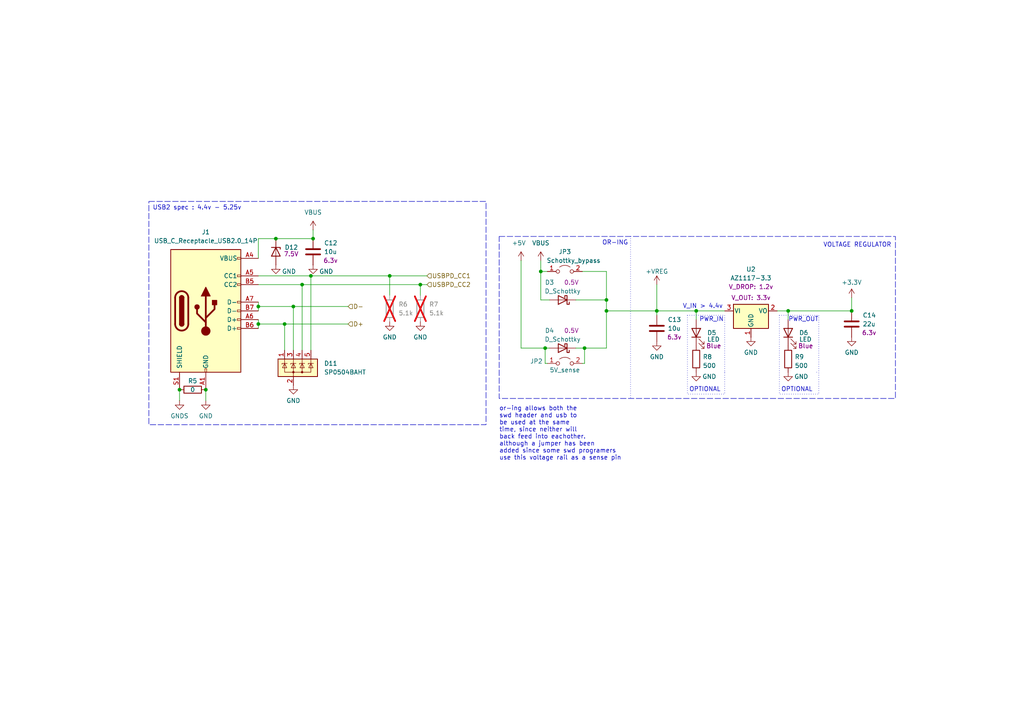
<source format=kicad_sch>
(kicad_sch (version 20231120) (generator "eeschema") (generator_version "8.0")
  (paper "A4")
  (title_block (company "CAN source"))
  (lib_symbols
    (symbol "Connector:USB_C_Receptacle_USB2.0_14P" (pin_names (offset 1.016))
      (property "Reference" "J" (at 0 22.225 0))
      (property "Value" "USB_C_Receptacle_USB2.0_14P" (at 0 19.685 0))
      (symbol "USB_C_Receptacle_USB2.0_14P_0_0"
        (rectangle (start -0.254 -17.78) (end 0.254 -16.764))
        (rectangle (start 10.16 -4.826) (end 9.144 -5.334))
        (rectangle (start 10.16 -2.286) (end 9.144 -2.794))
        (rectangle (start 10.16 0.254) (end 9.144 -0.254))
        (rectangle (start 10.16 2.794) (end 9.144 2.286))
        (rectangle (start 10.16 7.874) (end 9.144 7.366))
        (rectangle (start 10.16 10.414) (end 9.144 9.906))
        (rectangle (start 10.16 15.494) (end 9.144 14.986))
      )
      (symbol "USB_C_Receptacle_USB2.0_14P_0_1"
        (rectangle (start -10.16 17.78) (end 10.16 -17.78) (stroke (width 0.254)) (fill (type background)))
        (arc (start -8.89 -3.81) (mid -6.985 -5.7067) (end -5.08 -3.81) (stroke (width 0.508)))
        (arc (start -7.62 -3.81) (mid -6.985 -4.4423) (end -6.35 -3.81) (stroke (width 0.254)))
        (arc (start -7.62 -3.81) (mid -6.985 -4.4423) (end -6.35 -3.81) (stroke (width 0.254)) (fill (type outline)))
        (rectangle (start -7.62 -3.81) (end -6.35 3.81) (stroke (width 0.254)) (fill (type outline)))
        (arc (start -6.35 3.81) (mid -6.985 4.4423) (end -7.62 3.81) (stroke (width 0.254)))
        (arc (start -6.35 3.81) (mid -6.985 4.4423) (end -7.62 3.81) (stroke (width 0.254)) (fill (type outline)))
        (arc (start -5.08 3.81) (mid -6.985 5.7067) (end -8.89 3.81) (stroke (width 0.508)))
        (circle (center -2.54 1.143) (radius 0.635) (stroke (width 0.254)) (fill (type outline)))
        (circle (center 0 -5.842) (radius 1.27) (fill (type outline)))
        (polyline (pts (xy -8.89 -3.81) (xy -8.89 3.81)) (stroke (width 0.508)))
        (polyline (pts (xy -5.08 3.81) (xy -5.08 -3.81)) (stroke (width 0.508)))
        (polyline (pts (xy 0 -5.842) (xy 0 4.318)) (stroke (width 0.508)))
        (polyline (pts (xy 0 -3.302) (xy -2.54 -0.762) (xy -2.54 0.508)) (stroke (width 0.508)))
        (polyline (pts (xy 0 -2.032) (xy 2.54 0.508) (xy 2.54 1.778)) (stroke (width 0.508)))
        (polyline (pts (xy -1.27 4.318) (xy 0 6.858) (xy 1.27 4.318) (xy -1.27 4.318)) (stroke (width 0.254)) (fill (type outline)))
        (rectangle (start 1.905 1.778) (end 3.175 3.048) (stroke (width 0.254)) (fill (type outline)))
      )
      (symbol "USB_C_Receptacle_USB2.0_14P_1_1"
        (pin passive line (at 0 -22.86 90) (length 5.08) (name "GND") (number "A1"))
        (pin passive line (at 0 -22.86 90) (length 5.08) hide (name "GND") (number "A12"))
        (pin passive line (at 15.24 15.24 180) (length 5.08) (name "VBUS") (number "A4"))
        (pin bidirectional line (at 15.24 10.16 180) (length 5.08) (name "CC1") (number "A5"))
        (pin bidirectional line (at 15.24 -2.54 180) (length 5.08) (name "D+") (number "A6"))
        (pin bidirectional line (at 15.24 2.54 180) (length 5.08) (name "D-") (number "A7"))
        (pin passive line (at 15.24 15.24 180) (length 5.08) hide (name "VBUS") (number "A9"))
        (pin passive line (at 0 -22.86 90) (length 5.08) hide (name "GND") (number "B1"))
        (pin passive line (at 0 -22.86 90) (length 5.08) hide (name "GND") (number "B12"))
        (pin passive line (at 15.24 15.24 180) (length 5.08) hide (name "VBUS") (number "B4"))
        (pin bidirectional line (at 15.24 7.62 180) (length 5.08) (name "CC2") (number "B5"))
        (pin bidirectional line (at 15.24 -5.08 180) (length 5.08) (name "D+") (number "B6"))
        (pin bidirectional line (at 15.24 0 180) (length 5.08) (name "D-") (number "B7"))
        (pin passive line (at 15.24 15.24 180) (length 5.08) hide (name "VBUS") (number "B9"))
        (pin passive line (at -7.62 -22.86 90) (length 5.08) (name "SHIELD") (number "S1"))
      )
    )
    (symbol "Device:C" (pin_numbers hide) (pin_names (offset 0.254))
      (property "Reference" "C" (at 0.635 2.54 0))
      (property "Value" "C" (at 0.635 -2.54 0))
      (symbol "C_0_1"
        (polyline (pts (xy -2.032 -0.762) (xy 2.032 -0.762)) (stroke (width 0.508)))
        (polyline (pts (xy -2.032 0.762) (xy 2.032 0.762)) (stroke (width 0.508)))
      )
      (symbol "C_1_1"
        (pin passive line (at 0 3.81 270) (length 2.794) (name "~") (number "1"))
        (pin passive line (at 0 -3.81 90) (length 2.794) (name "~") (number "2"))
      )
    )
    (symbol "Device:D_Schottky" (pin_numbers hide) (pin_names (offset 1.016) hide)
      (property "Reference" "D" (at 0 2.54 0))
      (property "Value" "D_Schottky" (at 0 -2.54 0))
      (symbol "D_Schottky_0_1"
        (polyline (pts (xy 1.27 0) (xy -1.27 0)))
        (polyline (pts (xy 1.27 1.27) (xy 1.27 -1.27) (xy -1.27 0) (xy 1.27 1.27)) (stroke (width 0.254)))
        (polyline (pts (xy -1.905 0.635) (xy -1.905 1.27) (xy -1.27 1.27) (xy -1.27 -1.27) (xy -0.635 -1.27) (xy -0.635 -0.635)) (stroke (width 0.254)))
      )
      (symbol "D_Schottky_1_1"
        (pin passive line (at -3.81 0 0) (length 2.54) (name "K") (number "1"))
        (pin passive line (at 3.81 0 180) (length 2.54) (name "A") (number "2"))
      )
    )
    (symbol "Device:LED" (pin_numbers hide) (pin_names (offset 1.016) hide)
      (property "Reference" "D" (at 0 2.54 0))
      (property "Value" "LED" (at 0 -2.54 0))
      (symbol "LED_0_1"
        (polyline (pts (xy -1.27 -1.27) (xy -1.27 1.27)) (stroke (width 0.254)))
        (polyline (pts (xy -1.27 0) (xy 1.27 0)))
        (polyline (pts (xy 1.27 -1.27) (xy 1.27 1.27) (xy -1.27 0) (xy 1.27 -1.27)) (stroke (width 0.254)))
        (polyline (pts (xy -3.048 -0.762) (xy -4.572 -2.286) (xy -3.81 -2.286) (xy -4.572 -2.286) (xy -4.572 -1.524)))
        (polyline (pts (xy -1.778 -0.762) (xy -3.302 -2.286) (xy -2.54 -2.286) (xy -3.302 -2.286) (xy -3.302 -1.524)))
      )
      (symbol "LED_1_1"
        (pin passive line (at -3.81 0 0) (length 2.54) (name "K") (number "1"))
        (pin passive line (at 3.81 0 180) (length 2.54) (name "A") (number "2"))
      )
    )
    (symbol "Device:R" (pin_numbers hide) (pin_names (offset 0))
      (property "Reference" "R" (at 2.032 0 90))
      (property "Value" "R" (at 0 0 90))
      (symbol "R_0_1"
        (rectangle (start -1.016 -2.54) (end 1.016 2.54) (stroke (width 0.254)))
      )
      (symbol "R_1_1"
        (pin passive line (at 0 3.81 270) (length 1.27) (name "~") (number "1"))
        (pin passive line (at 0 -3.81 90) (length 1.27) (name "~") (number "2"))
      )
    )
    (symbol "Diode:PTVS7V5Z1USK" (pin_numbers hide) (pin_names hide)
      (property "Reference" "D" (at 0 2.54 0))
      (property "Value" "PTVS7V5Z1USK" (at 0 -2.54 0))
      (symbol "PTVS7V5Z1USK_0_1"
        (polyline (pts (xy 1.27 0) (xy -1.27 0)))
        (polyline (pts (xy -1.27 -1.27) (xy -1.27 1.27) (xy -0.762 1.27)) (stroke (width 0.254)))
        (polyline (pts (xy 1.27 -1.27) (xy 1.27 1.27) (xy -1.27 0) (xy 1.27 -1.27)) (stroke (width 0.254)))
      )
      (symbol "PTVS7V5Z1USK_1_1"
        (pin passive line (at -3.81 0 0) (length 2.54) (name "K") (number "1"))
        (pin passive line (at 3.81 0 180) (length 2.54) (name "A") (number "2"))
      )
    )
    (symbol "Jumper:Jumper_2_Open" (pin_names (offset 0) hide)
      (property "Reference" "JP" (at 0 2.794 0))
      (property "Value" "Jumper_2_Open" (at 0 -2.286 0))
      (symbol "Jumper_2_Open_0_0"
        (circle (center -2.032 0) (radius 0.508))
        (circle (center 2.032 0) (radius 0.508))
      )
      (symbol "Jumper_2_Open_0_1"
        (arc (start 1.524 1.27) (mid 0 1.778) (end -1.524 1.27))
      )
      (symbol "Jumper_2_Open_1_1"
        (pin passive line (at -5.08 0 0) (length 2.54) (name "A") (number "1"))
        (pin passive line (at 5.08 0 180) (length 2.54) (name "B") (number "2"))
      )
    )
    (symbol "Power_Protection:SP0504BAHT" (pin_names hide)
      (property "Reference" "D" (at 7.62 2.54 0))
      (property "Value" "SP0504BAHT" (at 7.62 0.635 0))
      (symbol "SP0504BAHT_0_0"
        (pin passive line (at 0 -5.08 90) (length 2.54) (name "A") (number "2"))
      )
      (symbol "SP0504BAHT_0_1"
        (rectangle (start -4.445 2.54) (end 6.985 -2.54) (stroke (width 0.254)) (fill (type background)))
        (circle (center 0 -1.27) (radius 0.254) (fill (type outline)))
        (polyline (pts (xy -2.54 2.54) (xy -2.54 1.27)))
        (polyline (pts (xy 0 -1.27) (xy 0 -2.54)))
        (polyline (pts (xy 0 -1.27) (xy 0 1.27)))
        (polyline (pts (xy 0 2.54) (xy 0 1.27)))
        (polyline (pts (xy 2.54 2.54) (xy 2.54 1.27)))
        (polyline (pts (xy 5.08 2.54) (xy 5.08 1.27)))
        (polyline (pts (xy -3.302 1.016) (xy -3.302 1.27) (xy -1.778 1.27)))
        (polyline (pts (xy 0.762 1.27) (xy -0.762 1.27) (xy -0.762 1.016)))
        (polyline (pts (xy 5.08 1.27) (xy 5.08 -1.27) (xy 2.54 -1.27)))
        (polyline (pts (xy -2.54 1.27) (xy -2.54 -1.27) (xy 2.54 -1.27) (xy 2.54 1.27)))
        (polyline (pts (xy -2.54 1.27) (xy -1.905 0) (xy -3.175 0) (xy -2.54 1.27)))
        (polyline (pts (xy 0.635 0) (xy -0.635 0) (xy 0 1.27) (xy 0.635 0)))
        (polyline (pts (xy 1.778 1.016) (xy 1.778 1.27) (xy 3.175 1.27) (xy 3.302 1.27)))
        (polyline (pts (xy 2.54 1.27) (xy 1.905 0) (xy 3.175 0) (xy 2.54 1.27)))
        (polyline (pts (xy 4.318 1.016) (xy 4.318 1.27) (xy 5.715 1.27) (xy 5.842 1.27)))
        (polyline (pts (xy 5.08 1.27) (xy 4.445 0) (xy 5.715 0) (xy 5.08 1.27)))
        (circle (center 2.54 -1.27) (radius 0.254) (fill (type outline)))
      )
      (symbol "SP0504BAHT_1_1"
        (pin passive line (at -2.54 5.08 270) (length 2.54) (name "K") (number "1"))
        (pin passive line (at 0 5.08 270) (length 2.54) (name "K") (number "3"))
        (pin passive line (at 2.54 5.08 270) (length 2.54) (name "K") (number "4"))
        (pin passive line (at 5.08 5.08 270) (length 2.54) (name "K") (number "5"))
      )
    )
    (symbol "Regulator_Linear:AZ1117-3.3" (pin_names (offset 0.254))
      (property "Reference" "U" (at -3.81 3.175 0))
      (property "Value" "AZ1117-3.3" (at 0 3.175 0))
      (symbol "AZ1117-3.3_0_1"
        (rectangle (start -5.08 1.905) (end 5.08 -5.08) (stroke (width 0.254)) (fill (type background)))
      )
      (symbol "AZ1117-3.3_1_1"
        (pin power_in line (at 0 -7.62 90) (length 2.54) (name "GND") (number "1"))
        (pin power_out line (at 7.62 0 180) (length 2.54) (name "VO") (number "2"))
        (pin power_in line (at -7.62 0 0) (length 2.54) (name "VI") (number "3"))
      )
    )
    (symbol "power:+3.3V" (power) (pin_numbers hide) (pin_names (offset 0) hide)
      (property "Value" "+3.3V" (at 0 3.556 0))
      (symbol "+3.3V_0_1"
        (polyline (pts (xy -0.762 1.27) (xy 0 2.54)))
        (polyline (pts (xy 0 0) (xy 0 2.54)))
        (polyline (pts (xy 0 2.54) (xy 0.762 1.27)))
      )
      (symbol "+3.3V_1_1"
        (pin power_in line (at 0 0 90) (length 0) (name "~") (number "1"))
      )
    )
    (symbol "power:+5V" (power) (pin_numbers hide) (pin_names (offset 0) hide)
      (property "Value" "+5V" (at 0 3.556 0))
      (symbol "+5V_0_1"
        (polyline (pts (xy -0.762 1.27) (xy 0 2.54)))
        (polyline (pts (xy 0 0) (xy 0 2.54)))
        (polyline (pts (xy 0 2.54) (xy 0.762 1.27)))
      )
      (symbol "+5V_1_1"
        (pin power_in line (at 0 0 90) (length 0) (name "~") (number "1"))
      )
    )
    (symbol "power:GND" (power) (pin_numbers hide) (pin_names (offset 0) hide)
      (property "Value" "GND" (at 0 -3.81 0))
      (symbol "GND_0_1"
        (polyline (pts (xy 0 0) (xy 0 -1.27) (xy 1.27 -1.27) (xy 0 -2.54) (xy -1.27 -1.27) (xy 0 -1.27)))
      )
      (symbol "GND_1_1"
        (pin power_in line (at 0 0 270) (length 0) (name "~") (number "1"))
      )
    )
    (symbol "power:GNDS" (power) (pin_numbers hide) (pin_names (offset 0) hide)
      (property "Value" "GNDS" (at 0 -3.81 0))
      (symbol "GNDS_0_1"
        (polyline (pts (xy 0 0) (xy 0 -1.27) (xy 1.27 -1.27) (xy 0 -2.54) (xy -1.27 -1.27) (xy 0 -1.27)))
      )
      (symbol "GNDS_1_1"
        (pin power_in line (at 0 0 270) (length 0) (name "~") (number "1"))
      )
    )
    (symbol "power:VBUS" (power) (pin_numbers hide) (pin_names (offset 0) hide)
      (property "Value" "VBUS" (at 0 3.556 0))
      (symbol "VBUS_0_1"
        (polyline (pts (xy -0.762 1.27) (xy 0 2.54)))
        (polyline (pts (xy 0 0) (xy 0 2.54)))
        (polyline (pts (xy 0 2.54) (xy 0.762 1.27)))
      )
      (symbol "VBUS_1_1"
        (pin power_in line (at 0 0 90) (length 0) (name "~") (number "1"))
      )
    )
  )
  (junction (at 74.93 88.9))
  (junction (at 90.805 69.215))
  (junction (at 121.92 82.55))
  (junction (at 59.69 113.03))
  (junction (at 80.01 69.215))
  (junction (at 175.895 86.995))
  (junction (at 87.63 82.55))
  (junction (at 247.015 90.17))
  (junction (at 158.115 100.965))
  (junction (at 82.55 93.98))
  (junction (at 52.07 113.03))
  (junction (at 156.845 78.74))
  (junction (at 85.09 88.9))
  (junction (at 228.6 90.17))
  (junction (at 169.545 100.965))
  (junction (at 74.93 93.98))
  (junction (at 90.17 80.01))
  (junction (at 175.895 90.17))
  (junction (at 190.5 90.17))
  (junction (at 201.93 90.17))
  (junction (at 113.03 80.01))
  (wire (pts (xy 82.55 93.98) (xy 82.55 101.6)))
  (polyline (pts (xy 182.88 68.58) (xy 182.88 115.57)) (stroke (width 0) (type dot)))
  (wire (pts (xy 85.09 88.9) (xy 85.09 101.6)))
  (wire (pts (xy 169.545 100.965) (xy 169.545 105.41)))
  (wire (pts (xy 158.115 100.965) (xy 158.115 105.41)))
  (wire (pts (xy 74.93 88.9) (xy 74.93 90.17)))
  (wire (pts (xy 90.17 80.01) (xy 113.03 80.01)))
  (wire (pts (xy 90.805 66.675) (xy 90.805 69.215)))
  (wire (pts (xy 74.93 69.215) (xy 80.01 69.215)))
  (wire (pts (xy 80.01 69.215) (xy 90.805 69.215)))
  (wire (pts (xy 156.845 78.74) (xy 156.845 86.995)))
  (wire (pts (xy 175.895 90.17) (xy 190.5 90.17)))
  (wire (pts (xy 82.55 93.98) (xy 100.965 93.98)))
  (wire (pts (xy 74.93 93.98) (xy 74.93 95.25)))
  (wire (pts (xy 156.845 75.565) (xy 156.845 78.74)))
  (wire (pts (xy 151.13 100.965) (xy 158.115 100.965)))
  (wire (pts (xy 158.115 100.965) (xy 159.385 100.965)))
  (wire (pts (xy 190.5 82.55) (xy 190.5 90.17)))
  (wire (pts (xy 190.5 91.44) (xy 190.5 90.17)))
  (wire (pts (xy 74.93 88.9) (xy 85.09 88.9)))
  (wire (pts (xy 74.93 82.55) (xy 87.63 82.55)))
  (wire (pts (xy 175.895 100.965) (xy 169.545 100.965)))
  (wire (pts (xy 74.93 93.98) (xy 82.55 93.98)))
  (wire (pts (xy 167.005 86.995) (xy 175.895 86.995)))
  (wire (pts (xy 121.92 82.55) (xy 121.92 85.725)))
  (wire (pts (xy 201.93 90.17) (xy 210.185 90.17)))
  (wire (pts (xy 201.93 92.71) (xy 201.93 90.17)))
  (wire (pts (xy 228.6 92.71) (xy 228.6 90.17)))
  (wire (pts (xy 85.09 88.9) (xy 100.965 88.9)))
  (wire (pts (xy 113.03 80.01) (xy 113.03 85.725)))
  (wire (pts (xy 247.015 86.36) (xy 247.015 90.17)))
  (wire (pts (xy 87.63 82.55) (xy 121.92 82.55)))
  (wire (pts (xy 113.03 80.01) (xy 123.825 80.01)))
  (wire (pts (xy 168.91 78.74) (xy 175.895 78.74)))
  (wire (pts (xy 151.13 75.565) (xy 151.13 100.965)))
  (wire (pts (xy 59.69 116.205) (xy 59.69 113.03)))
  (wire (pts (xy 175.895 78.74) (xy 175.895 86.995)))
  (wire (pts (xy 175.895 86.995) (xy 175.895 90.17)))
  (wire (pts (xy 168.91 105.41) (xy 169.545 105.41)))
  (wire (pts (xy 74.93 92.71) (xy 74.93 93.98)))
  (wire (pts (xy 121.92 82.55) (xy 123.825 82.55)))
  (wire (pts (xy 158.115 105.41) (xy 158.75 105.41)))
  (wire (pts (xy 156.845 78.74) (xy 158.75 78.74)))
  (wire (pts (xy 156.845 86.995) (xy 159.385 86.995)))
  (wire (pts (xy 87.63 82.55) (xy 87.63 101.6)))
  (wire (pts (xy 74.93 87.63) (xy 74.93 88.9)))
  (wire (pts (xy 74.93 69.215) (xy 74.93 74.93)))
  (wire (pts (xy 167.005 100.965) (xy 169.545 100.965)))
  (wire (pts (xy 228.6 90.17) (xy 247.015 90.17)))
  (wire (pts (xy 225.425 90.17) (xy 228.6 90.17)))
  (wire (pts (xy 52.07 116.205) (xy 52.07 113.03)))
  (wire (pts (xy 74.93 80.01) (xy 90.17 80.01)))
  (wire (pts (xy 190.5 90.17) (xy 201.93 90.17)))
  (wire (pts (xy 175.895 100.965) (xy 175.895 90.17)))
  (wire (pts (xy 90.17 80.01) (xy 90.17 101.6)))
  (rectangle (start 236.855 107.95) (end 236.855 107.95))
  (rectangle (start 144.78 68.58) (end 259.715 115.57) (stroke (width 0) (type dash)))
  (rectangle (start 226.06 91.44) (end 237.49 114.3) (stroke (width 0) (type dot)))
  (rectangle (start 199.39 91.44) (end 210.185 114.3) (stroke (width 0) (type dot)))
  (rectangle (start 210.185 107.95) (end 210.185 107.95))
  (rectangle (start 43.18 58.42) (end 140.97 123.19) (stroke (width 0) (type dash)))
  (text "V_IN > 4.4v" (at 203.835 88.9 0) (effects (font (size 1.27 1.27))))
  (text "OPTIONAL" (at 204.47 113.03 0) (effects (font (size 1.27 1.27))))
  (text "OPTIONAL" (at 231.14 113.03 0) (effects (font (size 1.27 1.27))))
  (text "USB2 spec : 4.4v - 5.25v" (at 57.15 60.325 0) (effects (font (size 1.27 1.27))))
  (text "or-ing allows both the \nswd header and usb to \nbe used at the same \ntime, since neither will\nback feed into eachother.\nalthough a jumper has been\nadded since some swd programers\nuse this voltage rail as a sense pin" (at 144.78 125.73 0) (effects (font (size 1.27 1.27)) (justify left)))
  (text "VOLTAGE REGULATOR" (at 238.76 71.12 0) (effects (font (size 1.27 1.27)) (justify left)))
  (text "PWR_OUT" (at 233.045 92.71 0) (effects (font (size 1.27 1.27))))
  (text "PWR_IN" (at 206.375 92.71 0) (effects (font (size 1.27 1.27))))
  (text "OR-ING" (at 174.625 70.485 0) (effects (font (size 1.27 1.27)) (justify left)))
  (hierarchical_label "D+" (shape input) (at 100.965 93.98 0))
  (hierarchical_label "USBPD_CC1" (shape input) (at 123.825 80.01 0))
  (hierarchical_label "USBPD_CC2" (shape input) (at 123.825 82.55 0))
  (hierarchical_label "D-" (shape input) (at 100.965 88.9 0))
  (symbol (lib_id "Device:C") (at 90.805 73.025 0) (unit 1)
    (property "Reference" "C12" (at 93.98 70.485 0) (effects (justify left)))
    (property "Value" "10u" (at 93.98 73.025 0) (effects (justify left)))
    (property "Description" "Unpolarized capacitor" (effects (hide yes)))
    (property "voltage" "6.3v" (at 95.885 75.565 0))
    (property "rating" "X5R" (effects (hide yes)))
  )
  (symbol (lib_id "Device:C") (at 190.5 95.25 0) (unit 1)
    (property "Reference" "C13" (at 193.675 92.71 0) (effects (justify left)))
    (property "Value" "10u" (at 193.675 95.25 0) (effects (justify left)))
    (property "Description" "Unpolarized capacitor" (effects (hide yes)))
    (property "voltage" "6.3v" (at 195.58 97.79 0))
    (property "rating" "X5R" (effects (hide yes)))
  )
  (symbol (lib_id "power:GND") (at 80.01 76.835 0) (unit 1)
    (property "Reference" "#PWR052" (effects (hide yes)))
    (property "Value" "GND" (at 83.82 78.74 0))
    (property "Description" "Power symbol creates a global label with name \"GND\" , ground" (effects (hide yes)))
  )
  (symbol (lib_id "power:GND") (at 201.93 107.95 0) (unit 1)
    (property "Reference" "#PWR034" (effects (hide yes)))
    (property "Value" "GND" (at 205.74 109.22 0))
    (property "Description" "Power symbol creates a global label with name \"GND\" , ground" (effects (hide yes)))
  )
  (symbol (lib_id "power:GND") (at 59.69 116.205 0) (unit 1)
    (property "Reference" "#PWR023" (effects (hide yes)))
    (property "Value" "GND" (at 59.69 120.65 0))
    (property "Description" "Power symbol creates a global label with name \"GND\" , ground" (effects (hide yes)))
  )
  (symbol (lib_id "Jumper:Jumper_2_Open") (at 163.83 78.74 0) (unit 1)
    (property "Reference" "JP3" (at 163.83 73.025 0))
    (property "Value" "Schottky_bypass" (at 166.37 75.565 0))
    (property "Description" "Jumper, 2-pole, open" (effects (hide yes)))
  )
  (symbol (lib_id "Device:LED") (at 201.93 96.52 90) (unit 1)
    (property "Reference" "D5" (at 205.105 96.52 90) (effects (justify right)))
    (property "Value" "LED" (at 205.105 98.425 90) (effects (justify right)))
    (property "Description" "Light emitting diode" (effects (hide yes)))
    (property "Colour" "Blue" (at 207.01 100.33 90))
  )
  (symbol (lib_id "Regulator_Linear:AZ1117-3.3") (at 217.805 90.17 0) (unit 1)
    (property "Reference" "U2" (at 217.805 78.105 0))
    (property "Value" "AZ1117-3.3" (at 217.805 80.645 0))
    (property "Datasheet" "https://www.diodes.com/assets/Datasheets/AZ1117C.pdf" (effects (hide yes)))
    (property "Description" "1A 20V Fixed LDO Linear Regulator, 3.3V, SOT-89/SOT-223/TO-220/TO-252/TO-263" (effects (hide yes)))
    (property "V_DROP" "1.2v" (at 217.805 83.185 0) (show_name yes))
    (property "V_OUT" "3.3v" (at 217.805 86.36 0) (show_name yes))
  )
  (symbol (lib_id "power:GND") (at 121.92 93.345 0) (unit 1)
    (property "Reference" "#PWR027" (effects (hide yes)))
    (property "Value" "GND" (at 121.92 97.79 0))
    (property "Description" "Power symbol creates a global label with name \"GND\" , ground" (effects (hide yes)))
  )
  (symbol (lib_id "Device:C") (at 247.015 93.98 0) (unit 1)
    (property "Reference" "C14" (at 250.19 91.44 0) (effects (justify left)))
    (property "Value" "22u" (at 250.19 93.98 0) (effects (justify left)))
    (property "Description" "Unpolarized capacitor" (effects (hide yes)))
    (property "voltage" "6.3v" (at 252.095 96.52 0))
    (property "rating" "X5R" (effects (hide yes)))
  )
  (symbol (lib_id "power:VBUS") (at 156.845 75.565 0) (unit 1)
    (property "Reference" "#PWR028" (effects (hide yes)))
    (property "Value" "VBUS" (at 156.845 70.485 0))
    (property "Description" "Power symbol creates a global label with name \"VBUS\"" (effects (hide yes)))
  )
  (symbol (lib_id "Power_Protection:SP0504BAHT") (at 85.09 106.68 0) (unit 1)
    (property "Reference" "D11" (at 93.98 105.4099 0) (effects (justify left)))
    (property "Value" "SP0504BAHT" (at 93.98 107.9499 0) (effects (justify left)))
    (property "Footprint" "Package_TO_SOT_SMD:SOT-23-5" (effects (hide yes)))
    (property "Datasheet" "http://www.littelfuse.com/~/media/files/littelfuse/technical%20resources/documents/data%20sheets/sp05xxba.pdf" (effects (hide yes)))
    (property "Description" "TVS Diode Array, 5.5V Standoff, 4 Channels, SOT-23-5 package" (effects (hide yes)))
  )
  (symbol (lib_id "Device:D_Schottky") (at 163.195 86.995 180) (unit 1)
    (property "Reference" "D3" (at 159.385 81.915 0))
    (property "Value" "D_Schottky" (at 163.195 84.455 0))
    (property "Datasheet" "https://www.diodes.com/assets/Datasheets/BAT54WS.pdf" (effects (hide yes)))
    (property "Description" "Schottky diode" (effects (hide yes)))
    (property "V_DROP" "0.5V" (at 165.735 81.915 0))
  )
  (symbol (lib_id "Device:R") (at 55.88 113.03 270) (unit 1)
    (property "Reference" "R5" (at 55.88 110.49 90))
    (property "Value" "0" (at 55.88 113.03 90))
    (property "Description" "Resistor" (effects (hide yes)))
  )
  (symbol (lib_id "power:VBUS") (at 90.805 66.675 0) (unit 1)
    (property "Reference" "#PWR024" (effects (hide yes)))
    (property "Value" "VBUS" (at 90.805 61.595 0))
    (property "Description" "Power symbol creates a global label with name \"VBUS\"" (effects (hide yes)))
  )
  (symbol (lib_id "Device:R") (at 228.6 104.14 0) (unit 1)
    (property "Reference" "R9" (at 230.505 103.505 0) (effects (justify left)))
    (property "Value" "500" (at 230.505 106.045 0) (effects (justify left)))
    (property "Description" "Resistor" (effects (hide yes)))
  )
  (symbol (lib_id "power:GND") (at 90.805 76.835 0) (unit 1)
    (property "Reference" "#PWR025" (effects (hide yes)))
    (property "Value" "GND" (at 94.615 78.74 0))
    (property "Description" "Power symbol creates a global label with name \"GND\" , ground" (effects (hide yes)))
  )
  (symbol (lib_id "power:+5V") (at 151.13 75.565 0) (unit 1)
    (property "Reference" "#PWR033" (effects (hide yes)))
    (property "Value" "+5V" (at 150.495 70.485 0))
    (property "Description" "Power symbol creates a global label with name \"+5V\"" (effects (hide yes)))
  )
  (symbol (lib_id "Diode:PTVS7V5Z1USK") (at 80.01 73.025 270) (unit 1)
    (property "Reference" "D12" (at 82.55 71.7549 90) (effects (justify left)))
    (property "Value" "PTVS7V5Z1USK" (effects (hide yes)))
    (property "Footprint" "Diode_SMD:Nexperia_DSN1608-2_1.6x0.8mm" (effects (hide yes)))
    (property "Datasheet" "https://assets.nexperia.com/documents/data-sheet/PTVS7V5Z1USK.pdf" (effects (hide yes)))
    (property "Description" "7.5V, 2200W TVS unidirectional diode, DSN1608-2" (effects (hide yes)))
    (property "Votlage" "7.5V" (at 84.455 73.66 90))
  )
  (symbol (lib_id "Connector:USB_C_Receptacle_USB2.0_14P") (at 59.69 90.17 0) (unit 1)
    (property "Reference" "J1" (at 59.69 67.31 0))
    (property "Value" "USB_C_Receptacle_USB2.0_14P" (at 59.69 69.85 0))
    (property "Datasheet" "https://www.usb.org/sites/default/files/documents/usb_type-c.zip" (effects (hide yes)))
    (property "Description" "USB 2.0-only 14P Type-C Receptacle connector" (effects (hide yes)))
  )
  (symbol (lib_id "power:GND") (at 85.09 111.76 0) (unit 1)
    (property "Reference" "#PWR051" (effects (hide yes)))
    (property "Value" "GND" (at 85.09 116.205 0))
    (property "Description" "Power symbol creates a global label with name \"GND\" , ground" (effects (hide yes)))
  )
  (symbol (lib_id "power:+3.3V") (at 247.015 86.36 0) (unit 1)
    (property "Reference" "#PWR032" (effects (hide yes)))
    (property "Value" "+3.3V" (at 247.015 81.915 0))
    (property "Description" "Power symbol creates a global label with name \"+3.3V\"" (effects (hide yes)))
  )
  (symbol (lib_id "power:GND") (at 228.6 107.95 0) (unit 1)
    (property "Reference" "#PWR035" (effects (hide yes)))
    (property "Value" "GND" (at 232.41 109.22 0))
    (property "Description" "Power symbol creates a global label with name \"GND\" , ground" (effects (hide yes)))
  )
  (symbol (lib_id "Device:R") (at 201.93 104.14 0) (unit 1)
    (property "Reference" "R8" (at 203.835 103.505 0) (effects (justify left)))
    (property "Value" "500" (at 203.835 106.045 0) (effects (justify left)))
    (property "Description" "Resistor" (effects (hide yes)))
  )
  (symbol (lib_id "power:GNDS") (at 52.07 116.205 0) (unit 1)
    (property "Reference" "#PWR022" (effects (hide yes)))
    (property "Value" "GNDS" (at 52.07 120.65 0))
    (property "Description" "Power symbol creates a global label with name \"GNDS\" , signal ground" (effects (hide yes)))
  )
  (symbol (lib_id "Device:R") (at 121.92 89.535 0) (unit 1) (dnp yes)
    (property "Reference" "R7" (at 124.46 88.2649 0) (effects (justify left)))
    (property "Value" "5.1k" (at 124.46 90.8049 0) (effects (justify left)))
    (property "Description" "Resistor" (effects (hide yes)))
  )
  (symbol (lib_id "Device:LED") (at 228.6 96.52 90) (unit 1)
    (property "Reference" "D6" (at 231.775 96.52 90) (effects (justify right)))
    (property "Value" "LED" (at 231.775 98.425 90) (effects (justify right)))
    (property "Description" "Light emitting diode" (effects (hide yes)))
    (property "Colour" "Blue" (at 233.68 100.33 90))
  )
  (symbol (lib_id "Jumper:Jumper_2_Open") (at 163.83 105.41 0) (unit 1)
    (property "Reference" "JP2" (at 155.575 104.775 0))
    (property "Value" "5V_sense" (at 163.83 107.315 0))
    (property "Description" "Jumper, 2-pole, open" (effects (hide yes)))
  )
  (symbol (lib_id "Device:R") (at 113.03 89.535 0) (unit 1) (dnp yes)
    (property "Reference" "R6" (at 115.57 88.2649 0) (effects (justify left)))
    (property "Value" "5.1k" (at 115.57 90.8049 0) (effects (justify left)))
    (property "Description" "Resistor" (effects (hide yes)))
  )
  (symbol (lib_id "Device:D_Schottky") (at 163.195 100.965 180) (unit 1)
    (property "Reference" "D4" (at 159.385 95.885 0))
    (property "Value" "D_Schottky" (at 163.195 98.425 0))
    (property "Datasheet" "https://www.diodes.com/assets/Datasheets/BAT54WS.pdf" (effects (hide yes)))
    (property "Description" "Schottky diode" (effects (hide yes)))
    (property "V_DROP" "0.5V" (at 165.735 95.885 0))
  )
  (symbol (lib_id "power:VBUS") (at 190.5 82.55 0) (unit 1)
    (property "Reference" "#PWR043" (effects (hide yes)))
    (property "Value" "+VREG" (at 190.5 78.74 0))
    (property "Description" "Power symbol creates a global label with name \"VBUS\"" (effects (hide yes)))
  )
  (symbol (lib_id "power:GND") (at 190.5 99.06 0) (unit 1)
    (property "Reference" "#PWR030" (effects (hide yes)))
    (property "Value" "GND" (at 190.5 103.505 0))
    (property "Description" "Power symbol creates a global label with name \"GND\" , ground" (effects (hide yes)))
  )
  (symbol (lib_id "power:GND") (at 113.03 93.345 0) (unit 1)
    (property "Reference" "#PWR026" (effects (hide yes)))
    (property "Value" "GND" (at 113.03 97.79 0))
    (property "Description" "Power symbol creates a global label with name \"GND\" , ground" (effects (hide yes)))
  )
  (symbol (lib_id "power:GND") (at 217.805 97.79 0) (unit 1)
    (property "Reference" "#PWR029" (effects (hide yes)))
    (property "Value" "GND" (at 217.805 102.235 0))
    (property "Description" "Power symbol creates a global label with name \"GND\" , ground" (effects (hide yes)))
  )
  (symbol (lib_id "power:GND") (at 247.015 97.79 0) (unit 1)
    (property "Reference" "#PWR031" (effects (hide yes)))
    (property "Value" "GND" (at 247.015 102.235 0))
    (property "Description" "Power symbol creates a global label with name \"GND\" , ground" (effects (hide yes)))
  )
)
</source>
